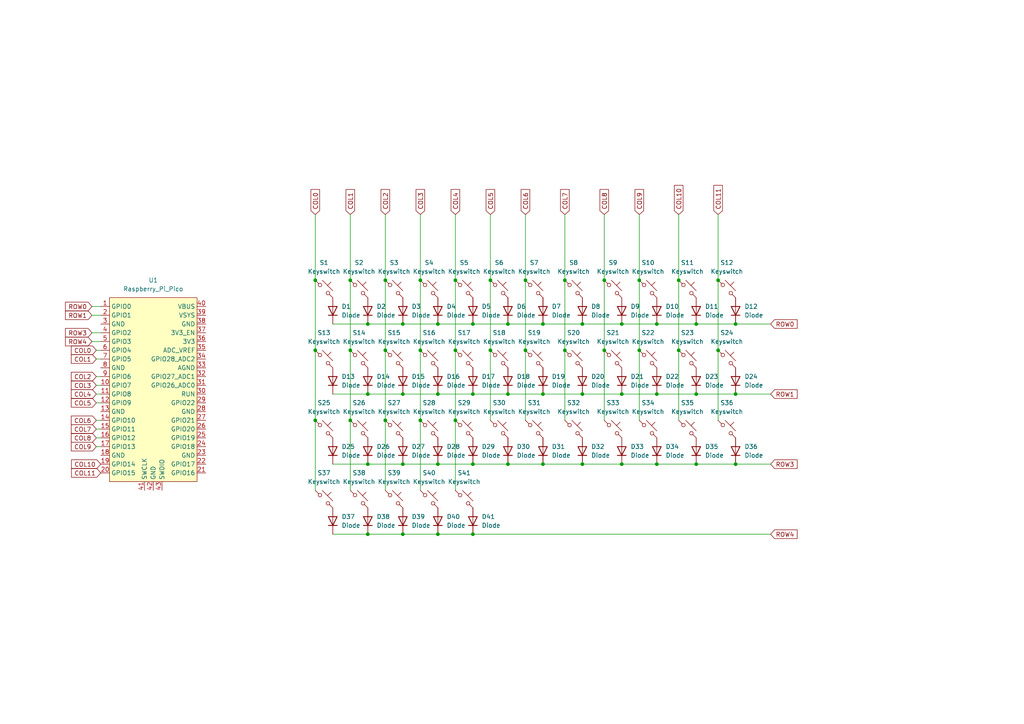
<source format=kicad_sch>
(kicad_sch (version 20230121) (generator eeschema)
  (paper "A4")
  (lib_symbols
    (symbol "ScottoKeebs:MCU_Raspberry_Pi_Pico"
      (property "Reference" "U" (at 0 0 0))
      (property "Value" "Raspberry_Pi_Pico" (at 0 27.94 0))
      (symbol "MCU_Raspberry_Pi_Pico_0_1"
        (rectangle (start -12.7 26.67) (end 12.7 -26.67) (fill (type background)))
      )
      (symbol "MCU_Raspberry_Pi_Pico_1_1"
        (pin bidirectional line (at -15.24 24.13 0) (length 2.54) (name "GPIO0") (number "1"))
        (pin bidirectional line (at -15.24 1.27 0) (length 2.54) (name "GPIO7") (number "10"))
        (pin bidirectional line (at -15.24 -1.27 0) (length 2.54) (name "GPIO8") (number "11"))
        (pin bidirectional line (at -15.24 -3.81 0) (length 2.54) (name "GPIO9") (number "12"))
        (pin power_in line (at -15.24 -6.35 0) (length 2.54) (name "GND") (number "13"))
        (pin bidirectional line (at -15.24 -8.89 0) (length 2.54) (name "GPIO10") (number "14"))
        (pin bidirectional line (at -15.24 -11.43 0) (length 2.54) (name "GPIO11") (number "15"))
        (pin bidirectional line (at -15.24 -13.97 0) (length 2.54) (name "GPIO12") (number "16"))
        (pin bidirectional line (at -15.24 -16.51 0) (length 2.54) (name "GPIO13") (number "17"))
        (pin power_in line (at -15.24 -19.05 0) (length 2.54) (name "GND") (number "18"))
        (pin bidirectional line (at -15.24 -21.59 0) (length 2.54) (name "GPIO14") (number "19"))
        (pin bidirectional line (at -15.24 21.59 0) (length 2.54) (name "GPIO1") (number "2"))
        (pin bidirectional line (at -15.24 -24.13 0) (length 2.54) (name "GPIO15") (number "20"))
        (pin bidirectional line (at 15.24 -24.13 180) (length 2.54) (name "GPIO16") (number "21"))
        (pin bidirectional line (at 15.24 -21.59 180) (length 2.54) (name "GPIO17") (number "22"))
        (pin power_in line (at 15.24 -19.05 180) (length 2.54) (name "GND") (number "23"))
        (pin bidirectional line (at 15.24 -16.51 180) (length 2.54) (name "GPIO18") (number "24"))
        (pin bidirectional line (at 15.24 -13.97 180) (length 2.54) (name "GPIO19") (number "25"))
        (pin bidirectional line (at 15.24 -11.43 180) (length 2.54) (name "GPIO20") (number "26"))
        (pin bidirectional line (at 15.24 -8.89 180) (length 2.54) (name "GPIO21") (number "27"))
        (pin power_in line (at 15.24 -6.35 180) (length 2.54) (name "GND") (number "28"))
        (pin bidirectional line (at 15.24 -3.81 180) (length 2.54) (name "GPIO22") (number "29"))
        (pin power_in line (at -15.24 19.05 0) (length 2.54) (name "GND") (number "3"))
        (pin input line (at 15.24 -1.27 180) (length 2.54) (name "RUN") (number "30"))
        (pin bidirectional line (at 15.24 1.27 180) (length 2.54) (name "GPIO26_ADC0") (number "31"))
        (pin bidirectional line (at 15.24 3.81 180) (length 2.54) (name "GPIO27_ADC1") (number "32"))
        (pin power_in line (at 15.24 6.35 180) (length 2.54) (name "AGND") (number "33"))
        (pin bidirectional line (at 15.24 8.89 180) (length 2.54) (name "GPIO28_ADC2") (number "34"))
        (pin power_in line (at 15.24 11.43 180) (length 2.54) (name "ADC_VREF") (number "35"))
        (pin power_in line (at 15.24 13.97 180) (length 2.54) (name "3V3") (number "36"))
        (pin input line (at 15.24 16.51 180) (length 2.54) (name "3V3_EN") (number "37"))
        (pin bidirectional line (at 15.24 19.05 180) (length 2.54) (name "GND") (number "38"))
        (pin power_in line (at 15.24 21.59 180) (length 2.54) (name "VSYS") (number "39"))
        (pin bidirectional line (at -15.24 16.51 0) (length 2.54) (name "GPIO2") (number "4"))
        (pin power_in line (at 15.24 24.13 180) (length 2.54) (name "VBUS") (number "40"))
        (pin input line (at -2.54 -29.21 90) (length 2.54) (name "SWCLK") (number "41"))
        (pin power_in line (at 0 -29.21 90) (length 2.54) (name "GND") (number "42"))
        (pin bidirectional line (at 2.54 -29.21 90) (length 2.54) (name "SWDIO") (number "43"))
        (pin bidirectional line (at -15.24 13.97 0) (length 2.54) (name "GPIO3") (number "5"))
        (pin bidirectional line (at -15.24 11.43 0) (length 2.54) (name "GPIO4") (number "6"))
        (pin bidirectional line (at -15.24 8.89 0) (length 2.54) (name "GPIO5") (number "7"))
        (pin power_in line (at -15.24 6.35 0) (length 2.54) (name "GND") (number "8"))
        (pin bidirectional line (at -15.24 3.81 0) (length 2.54) (name "GPIO6") (number "9"))
      )
    )
    (symbol "ScottoKeebs:Placeholder_Diode" (pin_numbers hide) (pin_names hide)
      (property "Reference" "D" (at 0 2.54 0))
      (property "Value" "Diode" (at 0 -2.54 0))
      (symbol "Placeholder_Diode_0_1"
        (polyline (pts (xy -1.27 1.27) (xy -1.27 -1.27)) (stroke (width 0.254)))
        (polyline (pts (xy 1.27 0) (xy -1.27 0)))
        (polyline (pts (xy 1.27 1.27) (xy 1.27 -1.27) (xy -1.27 0) (xy 1.27 1.27)) (stroke (width 0.254)))
      )
      (symbol "Placeholder_Diode_1_1"
        (pin passive line (at -3.81 0 0) (length 2.54) (name "K") (number "1"))
        (pin passive line (at 3.81 0 180) (length 2.54) (name "A") (number "2"))
      )
    )
    (symbol "ScottoKeebs:Placeholder_Keyswitch" (pin_numbers hide) (pin_names (offset 1.016) hide)
      (property "Reference" "S" (at 3.048 1.016 0))
      (property "Value" "Keyswitch" (at 0 -3.81 0))
      (symbol "Placeholder_Keyswitch_0_1"
        (circle (center -1.1684 1.1684) (radius 0.508))
        (polyline (pts (xy -0.508 2.54) (xy 2.54 -0.508)))
        (polyline (pts (xy 1.016 1.016) (xy 2.032 2.032)))
        (polyline (pts (xy -2.54 2.54) (xy -1.524 1.524) (xy -1.524 1.524)))
        (polyline (pts (xy 1.524 -1.524) (xy 2.54 -2.54) (xy 2.54 -2.54) (xy 2.54 -2.54)))
        (circle (center 1.143 -1.1938) (radius 0.508))
        (pin passive line (at -2.54 2.54 0) (length 0) (name "1") (number "1"))
        (pin passive line (at 2.54 -2.54 180) (length 0) (name "2") (number "2"))
      )
    )
  )
  (junction (at 116.84 154.94))
  (junction (at 168.91 134.62))
  (junction (at 106.68 93.98))
  (junction (at 137.16 154.94))
  (junction (at 121.92 121.92))
  (junction (at 121.92 101.6))
  (junction (at 142.24 101.6))
  (junction (at 157.48 134.62))
  (junction (at 101.6 121.92))
  (junction (at 91.44 101.6))
  (junction (at 121.92 81.28))
  (junction (at 137.16 134.62))
  (junction (at 196.85 101.6))
  (junction (at 157.48 93.98))
  (junction (at 213.36 114.3))
  (junction (at 213.36 134.62))
  (junction (at 201.93 93.98))
  (junction (at 91.44 81.28))
  (junction (at 190.5 93.98))
  (junction (at 196.85 81.28))
  (junction (at 127 93.98))
  (junction (at 106.68 114.3))
  (junction (at 116.84 134.62))
  (junction (at 137.16 114.3))
  (junction (at 111.76 81.28))
  (junction (at 147.32 134.62))
  (junction (at 101.6 81.28))
  (junction (at 111.76 121.92))
  (junction (at 175.26 81.28))
  (junction (at 163.83 101.6))
  (junction (at 180.34 134.62))
  (junction (at 213.36 93.98))
  (junction (at 91.44 121.92))
  (junction (at 190.5 134.62))
  (junction (at 201.93 134.62))
  (junction (at 132.08 121.92))
  (junction (at 180.34 114.3))
  (junction (at 208.28 81.28))
  (junction (at 137.16 93.98))
  (junction (at 106.68 134.62))
  (junction (at 180.34 93.98))
  (junction (at 168.91 114.3))
  (junction (at 152.4 81.28))
  (junction (at 157.48 114.3))
  (junction (at 106.68 154.94))
  (junction (at 175.26 101.6))
  (junction (at 147.32 114.3))
  (junction (at 147.32 93.98))
  (junction (at 132.08 101.6))
  (junction (at 142.24 81.28))
  (junction (at 208.28 101.6))
  (junction (at 127 134.62))
  (junction (at 201.93 114.3))
  (junction (at 168.91 93.98))
  (junction (at 127 114.3))
  (junction (at 152.4 101.6))
  (junction (at 116.84 114.3))
  (junction (at 116.84 93.98))
  (junction (at 185.42 101.6))
  (junction (at 185.42 81.28))
  (junction (at 101.6 101.6))
  (junction (at 190.5 114.3))
  (junction (at 163.83 81.28))
  (junction (at 132.08 81.28))
  (junction (at 127 154.94))
  (junction (at 111.76 101.6))
  (wire (pts (xy 147.32 134.62) (xy 157.48 134.62)))
  (wire (pts (xy 111.76 101.6) (xy 111.76 121.92)))
  (wire (pts (xy 27.94 116.84) (xy 29.21 116.84)))
  (wire (pts (xy 116.84 134.62) (xy 127 134.62)))
  (wire (pts (xy 96.52 134.62) (xy 106.68 134.62)))
  (wire (pts (xy 27.94 127) (xy 29.21 127)))
  (wire (pts (xy 223.52 114.3) (xy 213.36 114.3)))
  (wire (pts (xy 163.83 101.6) (xy 163.83 121.92)))
  (wire (pts (xy 132.08 101.6) (xy 132.08 121.92)))
  (wire (pts (xy 180.34 93.98) (xy 190.5 93.98)))
  (wire (pts (xy 116.84 93.98) (xy 127 93.98)))
  (wire (pts (xy 147.32 93.98) (xy 157.48 93.98)))
  (wire (pts (xy 121.92 62.23) (xy 121.92 81.28)))
  (wire (pts (xy 208.28 62.23) (xy 208.28 81.28)))
  (wire (pts (xy 185.42 101.6) (xy 185.42 121.92)))
  (wire (pts (xy 101.6 81.28) (xy 101.6 101.6)))
  (wire (pts (xy 157.48 93.98) (xy 168.91 93.98)))
  (wire (pts (xy 175.26 62.23) (xy 175.26 81.28)))
  (wire (pts (xy 163.83 81.28) (xy 163.83 101.6)))
  (wire (pts (xy 196.85 101.6) (xy 196.85 121.92)))
  (wire (pts (xy 213.36 93.98) (xy 223.52 93.98)))
  (wire (pts (xy 190.5 134.62) (xy 201.93 134.62)))
  (wire (pts (xy 142.24 62.23) (xy 142.24 81.28)))
  (wire (pts (xy 121.92 121.92) (xy 121.92 142.24)))
  (wire (pts (xy 190.5 93.98) (xy 201.93 93.98)))
  (wire (pts (xy 152.4 62.23) (xy 152.4 81.28)))
  (wire (pts (xy 116.84 114.3) (xy 127 114.3)))
  (wire (pts (xy 96.52 114.3) (xy 106.68 114.3)))
  (wire (pts (xy 27.94 109.22) (xy 29.21 109.22)))
  (wire (pts (xy 137.16 93.98) (xy 147.32 93.98)))
  (wire (pts (xy 106.68 154.94) (xy 116.84 154.94)))
  (wire (pts (xy 101.6 62.23) (xy 101.6 81.28)))
  (wire (pts (xy 27.94 129.54) (xy 29.21 129.54)))
  (wire (pts (xy 96.52 93.98) (xy 106.68 93.98)))
  (wire (pts (xy 180.34 114.3) (xy 190.5 114.3)))
  (wire (pts (xy 26.67 96.52) (xy 29.21 96.52)))
  (wire (pts (xy 27.94 114.3) (xy 29.21 114.3)))
  (wire (pts (xy 101.6 121.92) (xy 101.6 142.24)))
  (wire (pts (xy 147.32 114.3) (xy 157.48 114.3)))
  (wire (pts (xy 132.08 62.23) (xy 132.08 81.28)))
  (wire (pts (xy 127 134.62) (xy 137.16 134.62)))
  (wire (pts (xy 106.68 93.98) (xy 116.84 93.98)))
  (wire (pts (xy 196.85 81.28) (xy 196.85 101.6)))
  (wire (pts (xy 152.4 101.6) (xy 152.4 121.92)))
  (wire (pts (xy 180.34 134.62) (xy 190.5 134.62)))
  (wire (pts (xy 142.24 101.6) (xy 142.24 121.92)))
  (wire (pts (xy 168.91 93.98) (xy 180.34 93.98)))
  (wire (pts (xy 157.48 134.62) (xy 168.91 134.62)))
  (wire (pts (xy 91.44 121.92) (xy 91.44 142.24)))
  (wire (pts (xy 121.92 101.6) (xy 121.92 121.92)))
  (wire (pts (xy 152.4 81.28) (xy 152.4 101.6)))
  (wire (pts (xy 132.08 81.28) (xy 132.08 101.6)))
  (wire (pts (xy 111.76 81.28) (xy 111.76 101.6)))
  (wire (pts (xy 190.5 114.3) (xy 201.93 114.3)))
  (wire (pts (xy 185.42 81.28) (xy 185.42 101.6)))
  (wire (pts (xy 26.67 88.9) (xy 29.21 88.9)))
  (wire (pts (xy 26.67 91.44) (xy 29.21 91.44)))
  (wire (pts (xy 91.44 81.28) (xy 91.44 101.6)))
  (wire (pts (xy 132.08 121.92) (xy 132.08 142.24)))
  (wire (pts (xy 111.76 62.23) (xy 111.76 81.28)))
  (wire (pts (xy 163.83 62.23) (xy 163.83 81.28)))
  (wire (pts (xy 175.26 81.28) (xy 175.26 101.6)))
  (wire (pts (xy 91.44 101.6) (xy 91.44 121.92)))
  (wire (pts (xy 168.91 134.62) (xy 180.34 134.62)))
  (wire (pts (xy 137.16 114.3) (xy 147.32 114.3)))
  (wire (pts (xy 208.28 81.28) (xy 208.28 101.6)))
  (wire (pts (xy 185.42 62.23) (xy 185.42 81.28)))
  (wire (pts (xy 121.92 81.28) (xy 121.92 101.6)))
  (wire (pts (xy 196.85 62.23) (xy 196.85 81.28)))
  (wire (pts (xy 223.52 134.62) (xy 213.36 134.62)))
  (wire (pts (xy 127 154.94) (xy 137.16 154.94)))
  (wire (pts (xy 26.67 99.06) (xy 29.21 99.06)))
  (wire (pts (xy 106.68 134.62) (xy 116.84 134.62)))
  (wire (pts (xy 116.84 154.94) (xy 127 154.94)))
  (wire (pts (xy 106.68 114.3) (xy 116.84 114.3)))
  (wire (pts (xy 201.93 114.3) (xy 213.36 114.3)))
  (wire (pts (xy 127 93.98) (xy 137.16 93.98)))
  (wire (pts (xy 27.94 124.46) (xy 29.21 124.46)))
  (wire (pts (xy 157.48 114.3) (xy 168.91 114.3)))
  (wire (pts (xy 201.93 93.98) (xy 213.36 93.98)))
  (wire (pts (xy 27.94 101.6) (xy 29.21 101.6)))
  (wire (pts (xy 96.52 154.94) (xy 106.68 154.94)))
  (wire (pts (xy 127 114.3) (xy 137.16 114.3)))
  (wire (pts (xy 27.94 104.14) (xy 29.21 104.14)))
  (wire (pts (xy 91.44 62.23) (xy 91.44 81.28)))
  (wire (pts (xy 175.26 101.6) (xy 175.26 121.92)))
  (wire (pts (xy 137.16 134.62) (xy 147.32 134.62)))
  (wire (pts (xy 27.94 121.92) (xy 29.21 121.92)))
  (wire (pts (xy 168.91 114.3) (xy 180.34 114.3)))
  (wire (pts (xy 201.93 134.62) (xy 213.36 134.62)))
  (wire (pts (xy 137.16 154.94) (xy 223.52 154.94)))
  (wire (pts (xy 208.28 101.6) (xy 208.28 121.92)))
  (wire (pts (xy 101.6 101.6) (xy 101.6 121.92)))
  (wire (pts (xy 142.24 81.28) (xy 142.24 101.6)))
  (wire (pts (xy 111.76 121.92) (xy 111.76 142.24)))
  (wire (pts (xy 27.94 111.76) (xy 29.21 111.76)))
  (global_label "COL5" (shape input) (at 142.24 62.23 90) (property "Intersheetrefs" "${INTERSHEET_REFS}" (effects hide)))
  (global_label "ROW4" (shape input) (at 223.52 154.94 0) (property "Intersheetrefs" "${INTERSHEET_REFS}" (effects hide)))
  (global_label "COL2" (shape input) (at 27.94 109.22 180) (property "Intersheetrefs" "${INTERSHEET_REFS}" (effects hide)))
  (global_label "COL9" (shape input) (at 185.42 62.23 90) (property "Intersheetrefs" "${INTERSHEET_REFS}" (effects hide)))
  (global_label "COL8" (shape input) (at 27.94 127 180) (property "Intersheetrefs" "${INTERSHEET_REFS}" (effects hide)))
  (global_label "ROW4" (shape input) (at 26.67 99.06 180) (property "Intersheetrefs" "${INTERSHEET_REFS}" (effects hide)))
  (global_label "COL6" (shape input) (at 27.94 121.92 180) (property "Intersheetrefs" "${INTERSHEET_REFS}" (effects hide)))
  (global_label "ROW3" (shape input) (at 223.52 134.62 0) (property "Intersheetrefs" "${INTERSHEET_REFS}" (effects hide)))
  (global_label "COL10" (shape input) (at 29.21 134.62 180) (property "Intersheetrefs" "${INTERSHEET_REFS}" (effects hide)))
  (global_label "COL1" (shape input) (at 101.6 62.23 90) (property "Intersheetrefs" "${INTERSHEET_REFS}" (effects hide)))
  (global_label "COL0" (shape input) (at 27.94 101.6 180) (property "Intersheetrefs" "${INTERSHEET_REFS}" (effects hide)))
  (global_label "COL4" (shape input) (at 27.94 114.3 180) (property "Intersheetrefs" "${INTERSHEET_REFS}" (effects hide)))
  (global_label "COL9" (shape input) (at 27.94 129.54 180) (property "Intersheetrefs" "${INTERSHEET_REFS}" (effects hide)))
  (global_label "ROW1" (shape input) (at 223.52 114.3 0) (property "Intersheetrefs" "${INTERSHEET_REFS}" (effects hide)))
  (global_label "ROW0" (shape input) (at 223.52 93.98 0) (property "Intersheetrefs" "${INTERSHEET_REFS}" (effects hide)))
  (global_label "COL5" (shape input) (at 27.94 116.84 180) (property "Intersheetrefs" "${INTERSHEET_REFS}" (effects hide)))
  (global_label "ROW1" (shape input) (at 26.67 91.44 180) (property "Intersheetrefs" "${INTERSHEET_REFS}" (effects hide)))
  (global_label "COL3" (shape input) (at 121.92 62.23 90) (property "Intersheetrefs" "${INTERSHEET_REFS}" (effects hide)))
  (global_label "COL6" (shape input) (at 152.4 62.23 90) (property "Intersheetrefs" "${INTERSHEET_REFS}" (effects hide)))
  (global_label "COL0" (shape input) (at 91.44 62.23 90) (property "Intersheetrefs" "${INTERSHEET_REFS}" (effects hide)))
  (global_label "ROW3" (shape input) (at 26.67 96.52 180) (property "Intersheetrefs" "${INTERSHEET_REFS}" (effects hide)))
  (global_label "COL4" (shape input) (at 132.08 62.23 90) (property "Intersheetrefs" "${INTERSHEET_REFS}" (effects hide)))
  (global_label "ROW0" (shape input) (at 26.67 88.9 180) (property "Intersheetrefs" "${INTERSHEET_REFS}" (effects hide)))
  (global_label "COL10" (shape input) (at 196.85 62.23 90) (property "Intersheetrefs" "${INTERSHEET_REFS}" (effects hide)))
  (global_label "COL7" (shape input) (at 163.83 62.23 90) (property "Intersheetrefs" "${INTERSHEET_REFS}" (effects hide)))
  (global_label "COL1" (shape input) (at 27.94 104.14 180) (property "Intersheetrefs" "${INTERSHEET_REFS}" (effects hide)))
  (global_label "COL2" (shape input) (at 111.76 62.23 90) (property "Intersheetrefs" "${INTERSHEET_REFS}" (effects hide)))
  (global_label "COL8" (shape input) (at 175.26 62.23 90) (property "Intersheetrefs" "${INTERSHEET_REFS}" (effects hide)))
  (global_label "COL11" (shape input) (at 29.21 137.16 180) (property "Intersheetrefs" "${INTERSHEET_REFS}" (effects hide)))
  (global_label "COL7" (shape input) (at 27.94 124.46 180) (property "Intersheetrefs" "${INTERSHEET_REFS}" (effects hide)))
  (global_label "COL11" (shape input) (at 208.28 62.23 90) (property "Intersheetrefs" "${INTERSHEET_REFS}" (effects hide)))
  (global_label "COL3" (shape input) (at 27.94 111.76 180) (property "Intersheetrefs" "${INTERSHEET_REFS}" (effects hide)))
  (symbol (lib_id "ScottoKeebs:Placeholder_Keyswitch") (at 104.14 83.82 0) (unit 1)
    (property "Reference" "S2" (at 104.14 76.2 0))
    (property "Value" "Keyswitch" (at 104.14 78.74 0))
    (property "Footprint" "kbd:CherryMX_ChocV2_1u" (effects hide))
  )
  (symbol (lib_id "ScottoKeebs:Placeholder_Diode") (at 168.91 110.49 90) (unit 1)
    (property "Reference" "D20" (at 171.45 109.22 90) (effects (justify right)))
    (property "Value" "Diode" (at 171.45 111.76 90) (effects (justify right)))
    (property "Footprint" "ScottoKeebs_Components:Diode_DO-35" (effects hide))
    (property "Sim.Device" "D" (effects hide))
    (property "Sim.Pins" "1=K 2=A" (effects hide))
  )
  (symbol (lib_id "ScottoKeebs:Placeholder_Keyswitch") (at 187.96 83.82 0) (unit 1)
    (property "Reference" "S10" (at 187.96 76.2 0))
    (property "Value" "Keyswitch" (at 187.96 78.74 0))
    (property "Footprint" "kbd:CherryMX_ChocV2_1u" (effects hide))
  )
  (symbol (lib_id "ScottoKeebs:Placeholder_Diode") (at 137.16 130.81 90) (unit 1)
    (property "Reference" "D29" (at 139.7 129.54 90) (effects (justify right)))
    (property "Value" "Diode" (at 139.7 132.08 90) (effects (justify right)))
    (property "Footprint" "ScottoKeebs_Components:Diode_DO-35" (effects hide))
    (property "Sim.Device" "D" (effects hide))
    (property "Sim.Pins" "1=K 2=A" (effects hide))
  )
  (symbol (lib_id "ScottoKeebs:Placeholder_Keyswitch") (at 114.3 124.46 0) (unit 1)
    (property "Reference" "S27" (at 114.3 116.84 0))
    (property "Value" "Keyswitch" (at 114.3 119.38 0))
    (property "Footprint" "kbd:CherryMX_ChocV2_1u" (effects hide))
  )
  (symbol (lib_id "ScottoKeebs:Placeholder_Diode") (at 147.32 90.17 90) (unit 1)
    (property "Reference" "D6" (at 149.86 88.9 90) (effects (justify right)))
    (property "Value" "Diode" (at 149.86 91.44 90) (effects (justify right)))
    (property "Footprint" "ScottoKeebs_Components:Diode_DO-35" (effects hide))
    (property "Sim.Device" "D" (effects hide))
    (property "Sim.Pins" "1=K 2=A" (effects hide))
  )
  (symbol (lib_id "ScottoKeebs:Placeholder_Diode") (at 157.48 130.81 90) (unit 1)
    (property "Reference" "D31" (at 160.02 129.54 90) (effects (justify right)))
    (property "Value" "Diode" (at 160.02 132.08 90) (effects (justify right)))
    (property "Footprint" "ScottoKeebs_Components:Diode_DO-35" (effects hide))
    (property "Sim.Device" "D" (effects hide))
    (property "Sim.Pins" "1=K 2=A" (effects hide))
  )
  (symbol (lib_id "ScottoKeebs:Placeholder_Diode") (at 201.93 110.49 90) (unit 1)
    (property "Reference" "D23" (at 204.47 109.22 90) (effects (justify right)))
    (property "Value" "Diode" (at 204.47 111.76 90) (effects (justify right)))
    (property "Footprint" "ScottoKeebs_Components:Diode_DO-35" (effects hide))
    (property "Sim.Device" "D" (effects hide))
    (property "Sim.Pins" "1=K 2=A" (effects hide))
  )
  (symbol (lib_id "ScottoKeebs:MCU_Raspberry_Pi_Pico") (at 44.45 113.03 0) (unit 1)
    (property "Reference" "U1" (at 44.45 81.28 0))
    (property "Value" "Raspberry_Pi_Pico" (at 44.45 83.82 0))
    (property "Footprint" "ScottoKeebs_MCU:Raspberry_Pi_Pico" (effects hide))
  )
  (symbol (lib_id "ScottoKeebs:Placeholder_Diode") (at 127 110.49 90) (unit 1)
    (property "Reference" "D16" (at 129.54 109.22 90) (effects (justify right)))
    (property "Value" "Diode" (at 129.54 111.76 90) (effects (justify right)))
    (property "Footprint" "ScottoKeebs_Components:Diode_DO-35" (effects hide))
    (property "Sim.Device" "D" (effects hide))
    (property "Sim.Pins" "1=K 2=A" (effects hide))
  )
  (symbol (lib_id "ScottoKeebs:Placeholder_Keyswitch") (at 144.78 124.46 0) (unit 1)
    (property "Reference" "S30" (at 144.78 116.84 0))
    (property "Value" "Keyswitch" (at 144.78 119.38 0))
    (property "Footprint" "kbd:CherryMX_ChocV2_1u" (effects hide))
  )
  (symbol (lib_id "ScottoKeebs:Placeholder_Diode") (at 96.52 90.17 90) (unit 1)
    (property "Reference" "D1" (at 99.06 88.9 90) (effects (justify right)))
    (property "Value" "Diode" (at 99.06 91.44 90) (effects (justify right)))
    (property "Footprint" "ScottoKeebs_Components:Diode_DO-35" (effects hide))
    (property "Sim.Device" "D" (effects hide))
    (property "Sim.Pins" "1=K 2=A" (effects hide))
  )
  (symbol (lib_id "ScottoKeebs:Placeholder_Keyswitch") (at 124.46 104.14 0) (unit 1)
    (property "Reference" "S16" (at 124.46 96.52 0))
    (property "Value" "Keyswitch" (at 124.46 99.06 0))
    (property "Footprint" "kbd:CherryMX_ChocV2_1u" (effects hide))
  )
  (symbol (lib_id "ScottoKeebs:Placeholder_Keyswitch") (at 134.62 144.78 0) (unit 1)
    (property "Reference" "S41" (at 134.62 137.16 0))
    (property "Value" "Keyswitch" (at 134.62 139.7 0))
    (property "Footprint" "kbd:CherryMX_ChocV2_1u" (effects hide))
  )
  (symbol (lib_id "ScottoKeebs:Placeholder_Diode") (at 147.32 110.49 90) (unit 1)
    (property "Reference" "D18" (at 149.86 109.22 90) (effects (justify right)))
    (property "Value" "Diode" (at 149.86 111.76 90) (effects (justify right)))
    (property "Footprint" "ScottoKeebs_Components:Diode_DO-35" (effects hide))
    (property "Sim.Device" "D" (effects hide))
    (property "Sim.Pins" "1=K 2=A" (effects hide))
  )
  (symbol (lib_id "ScottoKeebs:Placeholder_Diode") (at 116.84 130.81 90) (unit 1)
    (property "Reference" "D27" (at 119.38 129.54 90) (effects (justify right)))
    (property "Value" "Diode" (at 119.38 132.08 90) (effects (justify right)))
    (property "Footprint" "ScottoKeebs_Components:Diode_DO-35" (effects hide))
    (property "Sim.Device" "D" (effects hide))
    (property "Sim.Pins" "1=K 2=A" (effects hide))
  )
  (symbol (lib_id "ScottoKeebs:Placeholder_Diode") (at 127 151.13 90) (unit 1)
    (property "Reference" "D40" (at 129.54 149.86 90) (effects (justify right)))
    (property "Value" "Diode" (at 129.54 152.4 90) (effects (justify right)))
    (property "Footprint" "ScottoKeebs_Components:Diode_DO-35" (effects hide))
    (property "Sim.Device" "D" (effects hide))
    (property "Sim.Pins" "1=K 2=A" (effects hide))
  )
  (symbol (lib_id "ScottoKeebs:Placeholder_Keyswitch") (at 210.82 83.82 0) (unit 1)
    (property "Reference" "S12" (at 210.82 76.2 0))
    (property "Value" "Keyswitch" (at 210.82 78.74 0))
    (property "Footprint" "kbd:CherryMX_ChocV2_1u" (effects hide))
  )
  (symbol (lib_id "ScottoKeebs:Placeholder_Keyswitch") (at 114.3 144.78 0) (unit 1)
    (property "Reference" "S39" (at 114.3 137.16 0))
    (property "Value" "Keyswitch" (at 114.3 139.7 0))
    (property "Footprint" "kbd:CherryMX_ChocV2_1u" (effects hide))
  )
  (symbol (lib_id "ScottoKeebs:Placeholder_Keyswitch") (at 93.98 144.78 0) (unit 1)
    (property "Reference" "S37" (at 93.98 137.16 0))
    (property "Value" "Keyswitch" (at 93.98 139.7 0))
    (property "Footprint" "kbd:CherryMX_ChocV2_1u" (effects hide))
  )
  (symbol (lib_id "ScottoKeebs:Placeholder_Diode") (at 127 130.81 90) (unit 1)
    (property "Reference" "D28" (at 129.54 129.54 90) (effects (justify right)))
    (property "Value" "Diode" (at 129.54 132.08 90) (effects (justify right)))
    (property "Footprint" "ScottoKeebs_Components:Diode_DO-35" (effects hide))
    (property "Sim.Device" "D" (effects hide))
    (property "Sim.Pins" "1=K 2=A" (effects hide))
  )
  (symbol (lib_id "ScottoKeebs:Placeholder_Keyswitch") (at 93.98 104.14 0) (unit 1)
    (property "Reference" "S13" (at 93.98 96.52 0))
    (property "Value" "Keyswitch" (at 93.98 99.06 0))
    (property "Footprint" "kbd:CherryMX_ChocV2_1u" (effects hide))
  )
  (symbol (lib_id "ScottoKeebs:Placeholder_Keyswitch") (at 124.46 144.78 0) (unit 1)
    (property "Reference" "S40" (at 124.46 137.16 0))
    (property "Value" "Keyswitch" (at 124.46 139.7 0))
    (property "Footprint" "kbd:CherryMX_ChocV2_1u" (effects hide))
  )
  (symbol (lib_id "ScottoKeebs:Placeholder_Diode") (at 168.91 90.17 90) (unit 1)
    (property "Reference" "D8" (at 171.45 88.9 90) (effects (justify right)))
    (property "Value" "Diode" (at 171.45 91.44 90) (effects (justify right)))
    (property "Footprint" "ScottoKeebs_Components:Diode_DO-35" (effects hide))
    (property "Sim.Device" "D" (effects hide))
    (property "Sim.Pins" "1=K 2=A" (effects hide))
  )
  (symbol (lib_id "ScottoKeebs:Placeholder_Diode") (at 137.16 90.17 90) (unit 1)
    (property "Reference" "D5" (at 139.7 88.9 90) (effects (justify right)))
    (property "Value" "Diode" (at 139.7 91.44 90) (effects (justify right)))
    (property "Footprint" "ScottoKeebs_Components:Diode_DO-35" (effects hide))
    (property "Sim.Device" "D" (effects hide))
    (property "Sim.Pins" "1=K 2=A" (effects hide))
  )
  (symbol (lib_id "ScottoKeebs:Placeholder_Keyswitch") (at 104.14 124.46 0) (unit 1)
    (property "Reference" "S26" (at 104.14 116.84 0))
    (property "Value" "Keyswitch" (at 104.14 119.38 0))
    (property "Footprint" "kbd:CherryMX_ChocV2_1u" (effects hide))
  )
  (symbol (lib_id "ScottoKeebs:Placeholder_Keyswitch") (at 154.94 124.46 0) (unit 1)
    (property "Reference" "S31" (at 154.94 116.84 0))
    (property "Value" "Keyswitch" (at 154.94 119.38 0))
    (property "Footprint" "kbd:CherryMX_ChocV2_1u" (effects hide))
  )
  (symbol (lib_id "ScottoKeebs:Placeholder_Diode") (at 96.52 130.81 90) (unit 1)
    (property "Reference" "D25" (at 99.06 129.54 90) (effects (justify right)))
    (property "Value" "Diode" (at 99.06 132.08 90) (effects (justify right)))
    (property "Footprint" "ScottoKeebs_Components:Diode_DO-35" (effects hide))
    (property "Sim.Device" "D" (effects hide))
    (property "Sim.Pins" "1=K 2=A" (effects hide))
  )
  (symbol (lib_id "ScottoKeebs:Placeholder_Keyswitch") (at 124.46 83.82 0) (unit 1)
    (property "Reference" "S4" (at 124.46 76.2 0))
    (property "Value" "Keyswitch" (at 124.46 78.74 0))
    (property "Footprint" "kbd:CherryMX_ChocV2_1u" (effects hide))
  )
  (symbol (lib_id "ScottoKeebs:Placeholder_Keyswitch") (at 187.96 104.14 0) (unit 1)
    (property "Reference" "S22" (at 187.96 96.52 0))
    (property "Value" "Keyswitch" (at 187.96 99.06 0))
    (property "Footprint" "kbd:CherryMX_ChocV2_1u" (effects hide))
  )
  (symbol (lib_id "ScottoKeebs:Placeholder_Keyswitch") (at 144.78 104.14 0) (unit 1)
    (property "Reference" "S18" (at 144.78 96.52 0))
    (property "Value" "Keyswitch" (at 144.78 99.06 0))
    (property "Footprint" "kbd:CherryMX_ChocV2_1u" (effects hide))
  )
  (symbol (lib_id "ScottoKeebs:Placeholder_Keyswitch") (at 93.98 124.46 0) (unit 1)
    (property "Reference" "S25" (at 93.98 116.84 0))
    (property "Value" "Keyswitch" (at 93.98 119.38 0))
    (property "Footprint" "kbd:CherryMX_ChocV2_1u" (effects hide))
  )
  (symbol (lib_id "ScottoKeebs:Placeholder_Keyswitch") (at 104.14 104.14 0) (unit 1)
    (property "Reference" "S14" (at 104.14 96.52 0))
    (property "Value" "Keyswitch" (at 104.14 99.06 0))
    (property "Footprint" "kbd:CherryMX_ChocV2_1u" (effects hide))
  )
  (symbol (lib_id "ScottoKeebs:Placeholder_Diode") (at 168.91 130.81 90) (unit 1)
    (property "Reference" "D32" (at 171.45 129.54 90) (effects (justify right)))
    (property "Value" "Diode" (at 171.45 132.08 90) (effects (justify right)))
    (property "Footprint" "ScottoKeebs_Components:Diode_DO-35" (effects hide))
    (property "Sim.Device" "D" (effects hide))
    (property "Sim.Pins" "1=K 2=A" (effects hide))
  )
  (symbol (lib_id "ScottoKeebs:Placeholder_Diode") (at 201.93 130.81 90) (unit 1)
    (property "Reference" "D35" (at 204.47 129.54 90) (effects (justify right)))
    (property "Value" "Diode" (at 204.47 132.08 90) (effects (justify right)))
    (property "Footprint" "ScottoKeebs_Components:Diode_DO-35" (effects hide))
    (property "Sim.Device" "D" (effects hide))
    (property "Sim.Pins" "1=K 2=A" (effects hide))
  )
  (symbol (lib_id "ScottoKeebs:Placeholder_Diode") (at 201.93 90.17 90) (unit 1)
    (property "Reference" "D11" (at 204.47 88.9 90) (effects (justify right)))
    (property "Value" "Diode" (at 204.47 91.44 90) (effects (justify right)))
    (property "Footprint" "ScottoKeebs_Components:Diode_DO-35" (effects hide))
    (property "Sim.Device" "D" (effects hide))
    (property "Sim.Pins" "1=K 2=A" (effects hide))
  )
  (symbol (lib_id "ScottoKeebs:Placeholder_Diode") (at 137.16 110.49 90) (unit 1)
    (property "Reference" "D17" (at 139.7 109.22 90) (effects (justify right)))
    (property "Value" "Diode" (at 139.7 111.76 90) (effects (justify right)))
    (property "Footprint" "ScottoKeebs_Components:Diode_DO-35" (effects hide))
    (property "Sim.Device" "D" (effects hide))
    (property "Sim.Pins" "1=K 2=A" (effects hide))
  )
  (symbol (lib_id "ScottoKeebs:Placeholder_Keyswitch") (at 199.39 83.82 0) (unit 1)
    (property "Reference" "S11" (at 199.39 76.2 0))
    (property "Value" "Keyswitch" (at 199.39 78.74 0))
    (property "Footprint" "kbd:CherryMX_ChocV2_1u" (effects hide))
  )
  (symbol (lib_id "ScottoKeebs:Placeholder_Diode") (at 137.16 151.13 90) (unit 1)
    (property "Reference" "D41" (at 139.7 149.86 90) (effects (justify right)))
    (property "Value" "Diode" (at 139.7 152.4 90) (effects (justify right)))
    (property "Footprint" "ScottoKeebs_Components:Diode_DO-35" (effects hide))
    (property "Sim.Device" "D" (effects hide))
    (property "Sim.Pins" "1=K 2=A" (effects hide))
  )
  (symbol (lib_id "ScottoKeebs:Placeholder_Diode") (at 127 90.17 90) (unit 1)
    (property "Reference" "D4" (at 129.54 88.9 90) (effects (justify right)))
    (property "Value" "Diode" (at 129.54 91.44 90) (effects (justify right)))
    (property "Footprint" "ScottoKeebs_Components:Diode_DO-35" (effects hide))
    (property "Sim.Device" "D" (effects hide))
    (property "Sim.Pins" "1=K 2=A" (effects hide))
  )
  (symbol (lib_id "ScottoKeebs:Placeholder_Keyswitch") (at 210.82 104.14 0) (unit 1)
    (property "Reference" "S24" (at 210.82 96.52 0))
    (property "Value" "Keyswitch" (at 210.82 99.06 0))
    (property "Footprint" "kbd:CherryMX_ChocV2_1u" (effects hide))
  )
  (symbol (lib_id "ScottoKeebs:Placeholder_Keyswitch") (at 199.39 124.46 0) (unit 1)
    (property "Reference" "S35" (at 199.39 116.84 0))
    (property "Value" "Keyswitch" (at 199.39 119.38 0))
    (property "Footprint" "kbd:CherryMX_ChocV2_1u" (effects hide))
  )
  (symbol (lib_id "ScottoKeebs:Placeholder_Keyswitch") (at 144.78 83.82 0) (unit 1)
    (property "Reference" "S6" (at 144.78 76.2 0))
    (property "Value" "Keyswitch" (at 144.78 78.74 0))
    (property "Footprint" "kbd:CherryMX_ChocV2_1u" (effects hide))
  )
  (symbol (lib_id "ScottoKeebs:Placeholder_Keyswitch") (at 134.62 83.82 0) (unit 1)
    (property "Reference" "S5" (at 134.62 76.2 0))
    (property "Value" "Keyswitch" (at 134.62 78.74 0))
    (property "Footprint" "kbd:CherryMX_ChocV2_1u" (effects hide))
  )
  (symbol (lib_id "ScottoKeebs:Placeholder_Keyswitch") (at 104.14 144.78 0) (unit 1)
    (property "Reference" "S38" (at 104.14 137.16 0))
    (property "Value" "Keyswitch" (at 104.14 139.7 0))
    (property "Footprint" "kbd:CherryMX_ChocV2_1u" (effects hide))
  )
  (symbol (lib_id "ScottoKeebs:Placeholder_Diode") (at 106.68 110.49 90) (unit 1)
    (property "Reference" "D14" (at 109.22 109.22 90) (effects (justify right)))
    (property "Value" "Diode" (at 109.22 111.76 90) (effects (justify right)))
    (property "Footprint" "ScottoKeebs_Components:Diode_DO-35" (effects hide))
    (property "Sim.Device" "D" (effects hide))
    (property "Sim.Pins" "1=K 2=A" (effects hide))
  )
  (symbol (lib_id "ScottoKeebs:Placeholder_Diode") (at 157.48 90.17 90) (unit 1)
    (property "Reference" "D7" (at 160.02 88.9 90) (effects (justify right)))
    (property "Value" "Diode" (at 160.02 91.44 90) (effects (justify right)))
    (property "Footprint" "ScottoKeebs_Components:Diode_DO-35" (effects hide))
    (property "Sim.Device" "D" (effects hide))
    (property "Sim.Pins" "1=K 2=A" (effects hide))
  )
  (symbol (lib_id "ScottoKeebs:Placeholder_Diode") (at 157.48 110.49 90) (unit 1)
    (property "Reference" "D19" (at 160.02 109.22 90) (effects (justify right)))
    (property "Value" "Diode" (at 160.02 111.76 90) (effects (justify right)))
    (property "Footprint" "ScottoKeebs_Components:Diode_DO-35" (effects hide))
    (property "Sim.Device" "D" (effects hide))
    (property "Sim.Pins" "1=K 2=A" (effects hide))
  )
  (symbol (lib_id "ScottoKeebs:Placeholder_Diode") (at 147.32 130.81 90) (unit 1)
    (property "Reference" "D30" (at 149.86 129.54 90) (effects (justify right)))
    (property "Value" "Diode" (at 149.86 132.08 90) (effects (justify right)))
    (property "Footprint" "ScottoKeebs_Components:Diode_DO-35" (effects hide))
    (property "Sim.Device" "D" (effects hide))
    (property "Sim.Pins" "1=K 2=A" (effects hide))
  )
  (symbol (lib_id "ScottoKeebs:Placeholder_Diode") (at 180.34 130.81 90) (unit 1)
    (property "Reference" "D33" (at 182.88 129.54 90) (effects (justify right)))
    (property "Value" "Diode" (at 182.88 132.08 90) (effects (justify right)))
    (property "Footprint" "ScottoKeebs_Components:Diode_DO-35" (effects hide))
    (property "Sim.Device" "D" (effects hide))
    (property "Sim.Pins" "1=K 2=A" (effects hide))
  )
  (symbol (lib_id "ScottoKeebs:Placeholder_Diode") (at 106.68 151.13 90) (unit 1)
    (property "Reference" "D38" (at 109.22 149.86 90) (effects (justify right)))
    (property "Value" "Diode" (at 109.22 152.4 90) (effects (justify right)))
    (property "Footprint" "ScottoKeebs_Components:Diode_DO-35" (effects hide))
    (property "Sim.Device" "D" (effects hide))
    (property "Sim.Pins" "1=K 2=A" (effects hide))
  )
  (symbol (lib_id "ScottoKeebs:Placeholder_Diode") (at 106.68 90.17 90) (unit 1)
    (property "Reference" "D2" (at 109.22 88.9 90) (effects (justify right)))
    (property "Value" "Diode" (at 109.22 91.44 90) (effects (justify right)))
    (property "Footprint" "ScottoKeebs_Components:Diode_DO-35" (effects hide))
    (property "Sim.Device" "D" (effects hide))
    (property "Sim.Pins" "1=K 2=A" (effects hide))
  )
  (symbol (lib_id "ScottoKeebs:Placeholder_Diode") (at 190.5 90.17 90) (unit 1)
    (property "Reference" "D10" (at 193.04 88.9 90) (effects (justify right)))
    (property "Value" "Diode" (at 193.04 91.44 90) (effects (justify right)))
    (property "Footprint" "ScottoKeebs_Components:Diode_DO-35" (effects hide))
    (property "Sim.Device" "D" (effects hide))
    (property "Sim.Pins" "1=K 2=A" (effects hide))
  )
  (symbol (lib_id "ScottoKeebs:Placeholder_Diode") (at 116.84 110.49 90) (unit 1)
    (property "Reference" "D15" (at 119.38 109.22 90) (effects (justify right)))
    (property "Value" "Diode" (at 119.38 111.76 90) (effects (justify right)))
    (property "Footprint" "ScottoKeebs_Components:Diode_DO-35" (effects hide))
    (property "Sim.Device" "D" (effects hide))
    (property "Sim.Pins" "1=K 2=A" (effects hide))
  )
  (symbol (lib_id "ScottoKeebs:Placeholder_Keyswitch") (at 166.37 124.46 0) (unit 1)
    (property "Reference" "S32" (at 166.37 116.84 0))
    (property "Value" "Keyswitch" (at 166.37 119.38 0))
    (property "Footprint" "kbd:CherryMX_ChocV2_1u" (effects hide))
  )
  (symbol (lib_id "ScottoKeebs:Placeholder_Keyswitch") (at 166.37 104.14 0) (unit 1)
    (property "Reference" "S20" (at 166.37 96.52 0))
    (property "Value" "Keyswitch" (at 166.37 99.06 0))
    (property "Footprint" "kbd:CherryMX_ChocV2_1u" (effects hide))
  )
  (symbol (lib_id "ScottoKeebs:Placeholder_Keyswitch") (at 93.98 83.82 0) (unit 1)
    (property "Reference" "S1" (at 93.98 76.2 0))
    (property "Value" "Keyswitch" (at 93.98 78.74 0))
    (property "Footprint" "kbd:CherryMX_ChocV2_1u" (effects hide))
  )
  (symbol (lib_id "ScottoKeebs:Placeholder_Diode") (at 116.84 151.13 90) (unit 1)
    (property "Reference" "D39" (at 119.38 149.86 90) (effects (justify right)))
    (property "Value" "Diode" (at 119.38 152.4 90) (effects (justify right)))
    (property "Footprint" "ScottoKeebs_Components:Diode_DO-35" (effects hide))
    (property "Sim.Device" "D" (effects hide))
    (property "Sim.Pins" "1=K 2=A" (effects hide))
  )
  (symbol (lib_id "ScottoKeebs:Placeholder_Keyswitch") (at 154.94 104.14 0) (unit 1)
    (property "Reference" "S19" (at 154.94 96.52 0))
    (property "Value" "Keyswitch" (at 154.94 99.06 0))
    (property "Footprint" "kbd:CherryMX_ChocV2_1u" (effects hide))
  )
  (symbol (lib_id "ScottoKeebs:Placeholder_Diode") (at 180.34 90.17 90) (unit 1)
    (property "Reference" "D9" (at 182.88 88.9 90) (effects (justify right)))
    (property "Value" "Diode" (at 182.88 91.44 90) (effects (justify right)))
    (property "Footprint" "ScottoKeebs_Components:Diode_DO-35" (effects hide))
    (property "Sim.Device" "D" (effects hide))
    (property "Sim.Pins" "1=K 2=A" (effects hide))
  )
  (symbol (lib_id "ScottoKeebs:Placeholder_Keyswitch") (at 166.37 83.82 0) (unit 1)
    (property "Reference" "S8" (at 166.37 76.2 0))
    (property "Value" "Keyswitch" (at 166.37 78.74 0))
    (property "Footprint" "kbd:CherryMX_ChocV2_1u" (effects hide))
  )
  (symbol (lib_id "ScottoKeebs:Placeholder_Keyswitch") (at 114.3 83.82 0) (unit 1)
    (property "Reference" "S3" (at 114.3 76.2 0))
    (property "Value" "Keyswitch" (at 114.3 78.74 0))
    (property "Footprint" "kbd:CherryMX_ChocV2_1u" (effects hide))
  )
  (symbol (lib_id "ScottoKeebs:Placeholder_Keyswitch") (at 134.62 104.14 0) (unit 1)
    (property "Reference" "S17" (at 134.62 96.52 0))
    (property "Value" "Keyswitch" (at 134.62 99.06 0))
    (property "Footprint" "kbd:CherryMX_ChocV2_1u" (effects hide))
  )
  (symbol (lib_id "ScottoKeebs:Placeholder_Keyswitch") (at 210.82 124.46 0) (unit 1)
    (property "Reference" "S36" (at 210.82 116.84 0))
    (property "Value" "Keyswitch" (at 210.82 119.38 0))
    (property "Footprint" "kbd:CherryMX_ChocV2_1u" (effects hide))
  )
  (symbol (lib_id "ScottoKeebs:Placeholder_Keyswitch") (at 177.8 104.14 0) (unit 1)
    (property "Reference" "S21" (at 177.8 96.52 0))
    (property "Value" "Keyswitch" (at 177.8 99.06 0))
    (property "Footprint" "kbd:CherryMX_ChocV2_1u" (effects hide))
  )
  (symbol (lib_id "ScottoKeebs:Placeholder_Keyswitch") (at 134.62 124.46 0) (unit 1)
    (property "Reference" "S29" (at 134.62 116.84 0))
    (property "Value" "Keyswitch" (at 134.62 119.38 0))
    (property "Footprint" "kbd:CherryMX_ChocV2_1u" (effects hide))
  )
  (symbol (lib_id "ScottoKeebs:Placeholder_Keyswitch") (at 124.46 124.46 0) (unit 1)
    (property "Reference" "S28" (at 124.46 116.84 0))
    (property "Value" "Keyswitch" (at 124.46 119.38 0))
    (property "Footprint" "kbd:CherryMX_ChocV2_1u" (effects hide))
  )
  (symbol (lib_id "ScottoKeebs:Placeholder_Diode") (at 213.36 110.49 90) (unit 1)
    (property "Reference" "D24" (at 215.9 109.22 90) (effects (justify right)))
    (property "Value" "Diode" (at 215.9 111.76 90) (effects (justify right)))
    (property "Footprint" "ScottoKeebs_Components:Diode_DO-35" (effects hide))
    (property "Sim.Device" "D" (effects hide))
    (property "Sim.Pins" "1=K 2=A" (effects hide))
  )
  (symbol (lib_id "ScottoKeebs:Placeholder_Keyswitch") (at 114.3 104.14 0) (unit 1)
    (property "Reference" "S15" (at 114.3 96.52 0))
    (property "Value" "Keyswitch" (at 114.3 99.06 0))
    (property "Footprint" "kbd:CherryMX_ChocV2_1u" (effects hide))
  )
  (symbol (lib_id "ScottoKeebs:Placeholder_Diode") (at 190.5 110.49 90) (unit 1)
    (property "Reference" "D22" (at 193.04 109.22 90) (effects (justify right)))
    (property "Value" "Diode" (at 193.04 111.76 90) (effects (justify right)))
    (property "Footprint" "ScottoKeebs_Components:Diode_DO-35" (effects hide))
    (property "Sim.Device" "D" (effects hide))
    (property "Sim.Pins" "1=K 2=A" (effects hide))
  )
  (symbol (lib_id "ScottoKeebs:Placeholder_Diode") (at 190.5 130.81 90) (unit 1)
    (property "Reference" "D34" (at 193.04 129.54 90) (effects (justify right)))
    (property "Value" "Diode" (at 193.04 132.08 90) (effects (justify right)))
    (property "Footprint" "ScottoKeebs_Components:Diode_DO-35" (effects hide))
    (property "Sim.Device" "D" (effects hide))
    (property "Sim.Pins" "1=K 2=A" (effects hide))
  )
  (symbol (lib_id "ScottoKeebs:Placeholder_Keyswitch") (at 187.96 124.46 0) (unit 1)
    (property "Reference" "S34" (at 187.96 116.84 0))
    (property "Value" "Keyswitch" (at 187.96 119.38 0))
    (property "Footprint" "kbd:CherryMX_ChocV2_1u" (effects hide))
  )
  (symbol (lib_id "ScottoKeebs:Placeholder_Keyswitch") (at 199.39 104.14 0) (unit 1)
    (property "Reference" "S23" (at 199.39 96.52 0))
    (property "Value" "Keyswitch" (at 199.39 99.06 0))
    (property "Footprint" "kbd:CherryMX_ChocV2_1u" (effects hide))
  )
  (symbol (lib_id "ScottoKeebs:Placeholder_Diode") (at 213.36 90.17 90) (unit 1)
    (property "Reference" "D12" (at 215.9 88.9 90) (effects (justify right)))
    (property "Value" "Diode" (at 215.9 91.44 90) (effects (justify right)))
    (property "Footprint" "ScottoKeebs_Components:Diode_DO-35" (effects hide))
    (property "Sim.Device" "D" (effects hide))
    (property "Sim.Pins" "1=K 2=A" (effects hide))
  )
  (symbol (lib_id "ScottoKeebs:Placeholder_Diode") (at 106.68 130.81 90) (unit 1)
    (property "Reference" "D26" (at 109.22 129.54 90) (effects (justify right)))
    (property "Value" "Diode" (at 109.22 132.08 90) (effects (justify right)))
    (property "Footprint" "ScottoKeebs_Components:Diode_DO-35" (effects hide))
    (property "Sim.Device" "D" (effects hide))
    (property "Sim.Pins" "1=K 2=A" (effects hide))
  )
  (symbol (lib_id "ScottoKeebs:Placeholder_Diode") (at 96.52 110.49 90) (unit 1)
    (property "Reference" "D13" (at 99.06 109.22 90) (effects (justify right)))
    (property "Value" "Diode" (at 99.06 111.76 90) (effects (justify right)))
    (property "Footprint" "ScottoKeebs_Components:Diode_DO-35" (effects hide))
    (property "Sim.Device" "D" (effects hide))
    (property "Sim.Pins" "1=K 2=A" (effects hide))
  )
  (symbol (lib_id "ScottoKeebs:Placeholder_Keyswitch") (at 177.8 83.82 0) (unit 1)
    (property "Reference" "S9" (at 177.8 76.2 0))
    (property "Value" "Keyswitch" (at 177.8 78.74 0))
    (property "Footprint" "kbd:CherryMX_ChocV2_1u" (effects hide))
  )
  (symbol (lib_id "ScottoKeebs:Placeholder_Keyswitch") (at 177.8 124.46 0) (unit 1)
    (property "Reference" "S33" (at 177.8 116.84 0))
    (property "Value" "Keyswitch" (at 177.8 119.38 0))
    (property "Footprint" "kbd:CherryMX_ChocV2_1u" (effects hide))
  )
  (symbol (lib_id "ScottoKeebs:Placeholder_Diode") (at 213.36 130.81 90) (unit 1)
    (property "Reference" "D36" (at 215.9 129.54 90) (effects (justify right)))
    (property "Value" "Diode" (at 215.9 132.08 90) (effects (justify right)))
    (property "Footprint" "ScottoKeebs_Components:Diode_DO-35" (effects hide))
    (property "Sim.Device" "D" (effects hide))
    (property "Sim.Pins" "1=K 2=A" (effects hide))
  )
  (symbol (lib_id "ScottoKeebs:Placeholder_Diode") (at 96.52 151.13 90) (unit 1)
    (property "Reference" "D37" (at 99.06 149.86 90) (effects (justify right)))
    (property "Value" "Diode" (at 99.06 152.4 90) (effects (justify right)))
    (property "Footprint" "ScottoKeebs_Components:Diode_DO-35" (effects hide))
    (property "Sim.Device" "D" (effects hide))
    (property "Sim.Pins" "1=K 2=A" (effects hide))
  )
  (symbol (lib_id "ScottoKeebs:Placeholder_Diode") (at 180.34 110.49 90) (unit 1)
    (property "Reference" "D21" (at 182.88 109.22 90) (effects (justify right)))
    (property "Value" "Diode" (at 182.88 111.76 90) (effects (justify right)))
    (property "Footprint" "ScottoKeebs_Components:Diode_DO-35" (effects hide))
    (property "Sim.Device" "D" (effects hide))
    (property "Sim.Pins" "1=K 2=A" (effects hide))
  )
  (symbol (lib_id "ScottoKeebs:Placeholder_Diode") (at 116.84 90.17 90) (unit 1)
    (property "Reference" "D3" (at 119.38 88.9 90) (effects (justify right)))
    (property "Value" "Diode" (at 119.38 91.44 90) (effects (justify right)))
    (property "Footprint" "ScottoKeebs_Components:Diode_DO-35" (effects hide))
    (property "Sim.Device" "D" (effects hide))
    (property "Sim.Pins" "1=K 2=A" (effects hide))
  )
  (symbol (lib_id "ScottoKeebs:Placeholder_Keyswitch") (at 154.94 83.82 0) (unit 1)
    (property "Reference" "S7" (at 154.94 76.2 0))
    (property "Value" "Keyswitch" (at 154.94 78.74 0))
    (property "Footprint" "kbd:CherryMX_ChocV2_1u" (effects hide))
  )
)
</source>
